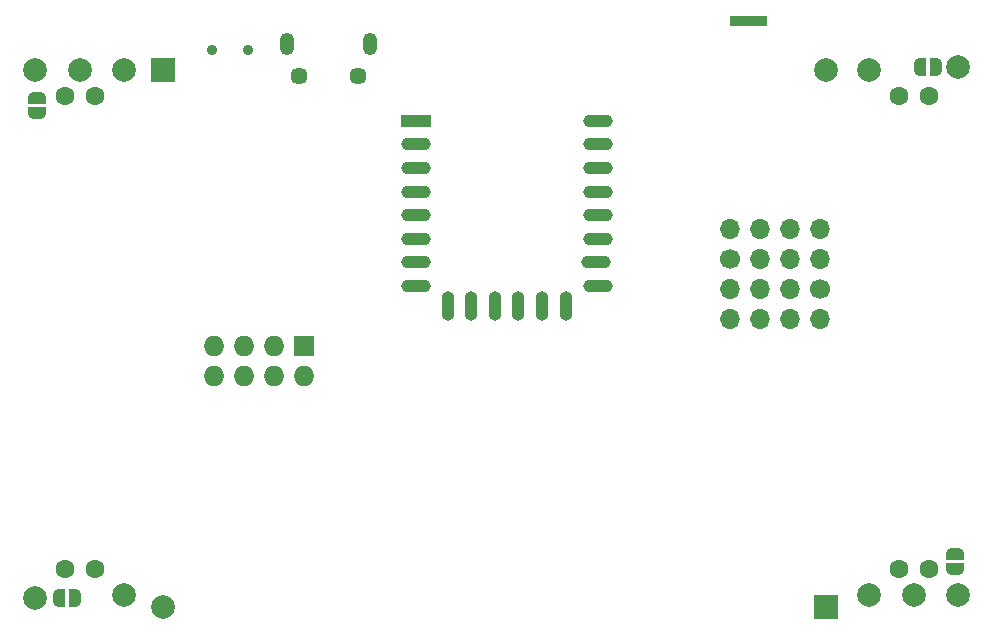
<source format=gbs>
%TF.GenerationSoftware,KiCad,Pcbnew,7.0.2-6a45011f42~172~ubuntu20.04.1*%
%TF.CreationDate,2023-07-24T18:38:05+02:00*%
%TF.ProjectId,pongCard,706f6e67-4361-4726-942e-6b696361645f,rev?*%
%TF.SameCoordinates,Original*%
%TF.FileFunction,Soldermask,Bot*%
%TF.FilePolarity,Negative*%
%FSLAX46Y46*%
G04 Gerber Fmt 4.6, Leading zero omitted, Abs format (unit mm)*
G04 Created by KiCad (PCBNEW 7.0.2-6a45011f42~172~ubuntu20.04.1) date 2023-07-24 18:38:05*
%MOMM*%
%LPD*%
G01*
G04 APERTURE LIST*
G04 Aperture macros list*
%AMFreePoly0*
4,1,19,0.500000,-0.750000,0.000000,-0.750000,0.000000,-0.744911,-0.071157,-0.744911,-0.207708,-0.704816,-0.327430,-0.627875,-0.420627,-0.520320,-0.479746,-0.390866,-0.500000,-0.250000,-0.500000,0.250000,-0.479746,0.390866,-0.420627,0.520320,-0.327430,0.627875,-0.207708,0.704816,-0.071157,0.744911,0.000000,0.744911,0.000000,0.750000,0.500000,0.750000,0.500000,-0.750000,0.500000,-0.750000,
$1*%
%AMFreePoly1*
4,1,19,0.000000,0.744911,0.071157,0.744911,0.207708,0.704816,0.327430,0.627875,0.420627,0.520320,0.479746,0.390866,0.500000,0.250000,0.500000,-0.250000,0.479746,-0.390866,0.420627,-0.520320,0.327430,-0.627875,0.207708,-0.704816,0.071157,-0.744911,0.000000,-0.744911,0.000000,-0.750000,-0.500000,-0.750000,-0.500000,0.750000,0.000000,0.750000,0.000000,0.744911,0.000000,0.744911,
$1*%
G04 Aperture macros list end*
%ADD10C,0.100000*%
%ADD11O,1.200000X1.900000*%
%ADD12C,1.450000*%
%ADD13R,2.500000X1.100000*%
%ADD14O,2.500000X1.100000*%
%ADD15O,1.100000X2.500000*%
%ADD16C,1.700000*%
%ADD17O,1.700000X1.700000*%
%ADD18R,1.727200X1.727200*%
%ADD19O,1.727200X1.727200*%
%ADD20C,2.000000*%
%ADD21C,1.600000*%
%ADD22C,0.900000*%
%ADD23R,2.000000X2.000000*%
%ADD24FreePoly0,270.000000*%
%ADD25FreePoly1,270.000000*%
%ADD26FreePoly0,90.000000*%
%ADD27FreePoly1,90.000000*%
%ADD28FreePoly0,180.000000*%
%ADD29FreePoly1,180.000000*%
%ADD30FreePoly0,0.000000*%
%ADD31FreePoly1,0.000000*%
G04 APERTURE END LIST*
D10*
X124841000Y-61262000D02*
X121793000Y-61262000D01*
X121793000Y-60500000D01*
X124841000Y-60500000D01*
X124841000Y-61262000D01*
G36*
X124841000Y-61262000D02*
G01*
X121793000Y-61262000D01*
X121793000Y-60500000D01*
X124841000Y-60500000D01*
X124841000Y-61262000D01*
G37*
D11*
X91297000Y-62880000D03*
D12*
X90297000Y-65580000D03*
X85297000Y-65580000D03*
D11*
X84297000Y-62880000D03*
D13*
X95185000Y-69390000D03*
D14*
X95185000Y-71390000D03*
X95185000Y-73390000D03*
X95185000Y-75390000D03*
X95185000Y-77390000D03*
X95185000Y-79390000D03*
X95185000Y-81390000D03*
X95185000Y-83390000D03*
X110585000Y-83390000D03*
X110485000Y-81390000D03*
X110585000Y-79390000D03*
X110585000Y-77390000D03*
X110585000Y-75390000D03*
X110585000Y-73390000D03*
X110585000Y-71390000D03*
X110585000Y-69390000D03*
D15*
X97875000Y-85090000D03*
X99875000Y-85090000D03*
X101875000Y-85090000D03*
X103875000Y-85090000D03*
X105875000Y-85090000D03*
X107875000Y-85090000D03*
D16*
X129413000Y-83614000D03*
D17*
X129413000Y-86154000D03*
X126873000Y-83614000D03*
X126873000Y-86154000D03*
X124333000Y-83614000D03*
X124333000Y-86154000D03*
X121793000Y-83614000D03*
X121793000Y-86154000D03*
D18*
X85725000Y-88440000D03*
D19*
X85725000Y-90980000D03*
X83185000Y-88440000D03*
X83185000Y-90980000D03*
X80645000Y-88440000D03*
X80645000Y-90980000D03*
X78105000Y-88440000D03*
X78105000Y-90980000D03*
D16*
X121793000Y-81074000D03*
D17*
X121793000Y-78534000D03*
X124333000Y-81074000D03*
X124333000Y-78534000D03*
X126873000Y-81074000D03*
X126873000Y-78534000D03*
X129413000Y-81074000D03*
X129413000Y-78534000D03*
D20*
X62985000Y-65072000D03*
D21*
X65485000Y-67322000D03*
D20*
X66735000Y-65097000D03*
D21*
X65485000Y-107322000D03*
D20*
X62985000Y-109822000D03*
D21*
X67985000Y-107322000D03*
D20*
X70485000Y-109572000D03*
D21*
X67985000Y-67322000D03*
D20*
X70485000Y-65072000D03*
D22*
X80969000Y-63378000D03*
X77969000Y-63378000D03*
D20*
X141097000Y-109568000D03*
D21*
X138597000Y-107318000D03*
D20*
X137347000Y-109543000D03*
D21*
X138597000Y-67318000D03*
D20*
X141097000Y-64818000D03*
D21*
X136097000Y-67318000D03*
D20*
X133597000Y-65068000D03*
D21*
X136097000Y-107318000D03*
D20*
X133597000Y-109568000D03*
D23*
X73787000Y-65072000D03*
D20*
X73787000Y-110572000D03*
D24*
X63119000Y-67470000D03*
D25*
X63119000Y-68770000D03*
D26*
X140843000Y-107378000D03*
D27*
X140843000Y-106078000D03*
D23*
X129921000Y-110572000D03*
D20*
X129921000Y-65072000D03*
D28*
X66309000Y-109776000D03*
D29*
X65009000Y-109776000D03*
D30*
X137907000Y-64818000D03*
D31*
X139207000Y-64818000D03*
M02*

</source>
